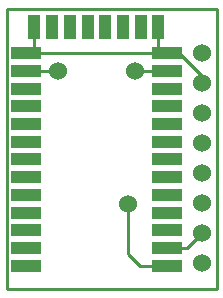
<source format=gtl>
G04 Layer_Physical_Order=1*
G04 Layer_Color=255*
%FSLAX25Y25*%
%MOIN*%
G70*
G01*
G75*
%ADD10R,0.09843X0.03937*%
%ADD11R,0.03937X0.07874*%
%ADD12C,0.01000*%
%ADD13C,0.06000*%
D10*
X53500Y13780D02*
D03*
Y19685D02*
D03*
Y25591D02*
D03*
Y31496D02*
D03*
Y37402D02*
D03*
Y43307D02*
D03*
Y49213D02*
D03*
Y55118D02*
D03*
Y61024D02*
D03*
Y66929D02*
D03*
Y72835D02*
D03*
Y78740D02*
D03*
Y7874D02*
D03*
X6256Y72835D02*
D03*
Y66929D02*
D03*
Y61024D02*
D03*
Y55118D02*
D03*
Y49213D02*
D03*
Y43307D02*
D03*
Y37402D02*
D03*
Y31496D02*
D03*
Y25591D02*
D03*
Y19685D02*
D03*
Y13780D02*
D03*
Y7874D02*
D03*
Y78740D02*
D03*
D11*
X44642Y87599D02*
D03*
X38736Y87599D02*
D03*
X32831D02*
D03*
X26925D02*
D03*
X21020D02*
D03*
X15114D02*
D03*
X9209Y87599D02*
D03*
X50547Y87599D02*
D03*
D12*
X44291Y7874D02*
X53500D01*
X40354Y11811D02*
X44291Y7874D01*
X40354Y11811D02*
Y28543D01*
X60039Y13780D02*
X65000Y18740D01*
X53500Y13780D02*
X60039D01*
X50547Y78740D02*
Y88583D01*
X6256Y78740D02*
X50547D01*
X53500D01*
X6256D02*
X9209D01*
X9209Y78740D01*
Y88583D01*
X53500Y78740D02*
X57437D01*
X65000Y71177D01*
Y68740D02*
Y71177D01*
X42673Y72835D02*
X53500D01*
X6256D02*
X17083D01*
X-0Y93504D02*
X70000D01*
X70000Y93504D01*
Y0D02*
Y93504D01*
X0Y0D02*
X70000D01*
X-0Y0D02*
X0Y0D01*
X-0Y0D02*
Y93504D01*
D13*
X40354Y28543D02*
D03*
X65000Y78740D02*
D03*
Y68740D02*
D03*
Y18740D02*
D03*
Y8740D02*
D03*
Y58740D02*
D03*
Y48740D02*
D03*
Y38740D02*
D03*
Y28740D02*
D03*
X42673Y72835D02*
D03*
X17083D02*
D03*
M02*

</source>
